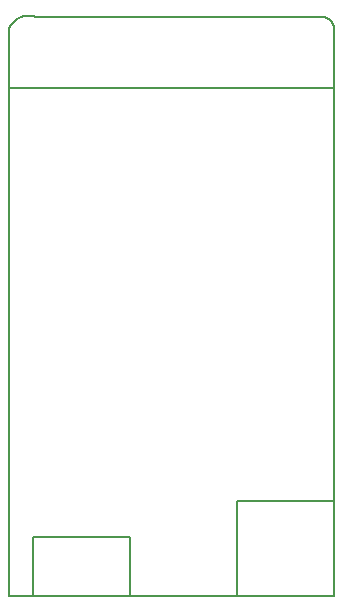
<source format=gbr>
G04 EAGLE Gerber RS-274X export*
G75*
%MOMM*%
%FSLAX34Y34*%
%LPD*%
%INSilkscreen Bottom*%
%IPPOS*%
%AMOC8*
5,1,8,0,0,1.08239X$1,22.5*%
G01*
%ADD10C,0.127000*%


D10*
X223550Y406400D02*
X466250Y406400D01*
X466492Y406397D01*
X466733Y406388D01*
X466974Y406374D01*
X467215Y406353D01*
X467455Y406327D01*
X467695Y406295D01*
X467934Y406257D01*
X468171Y406214D01*
X468408Y406164D01*
X468643Y406109D01*
X468877Y406049D01*
X469109Y405982D01*
X469340Y405911D01*
X469569Y405833D01*
X469796Y405750D01*
X470021Y405662D01*
X470244Y405568D01*
X470464Y405469D01*
X470682Y405364D01*
X470897Y405255D01*
X471110Y405140D01*
X471320Y405020D01*
X471526Y404895D01*
X471730Y404765D01*
X471931Y404630D01*
X472128Y404490D01*
X472322Y404346D01*
X472512Y404197D01*
X472698Y404043D01*
X472881Y403885D01*
X473060Y403723D01*
X473235Y403556D01*
X473406Y403385D01*
X473573Y403210D01*
X473735Y403031D01*
X473893Y402848D01*
X474047Y402662D01*
X474196Y402472D01*
X474340Y402278D01*
X474480Y402081D01*
X474615Y401880D01*
X474745Y401676D01*
X474870Y401470D01*
X474990Y401260D01*
X475105Y401047D01*
X475214Y400832D01*
X475319Y400614D01*
X475418Y400394D01*
X475512Y400171D01*
X475600Y399946D01*
X475683Y399719D01*
X475761Y399490D01*
X475832Y399259D01*
X475899Y399027D01*
X475959Y398793D01*
X476014Y398558D01*
X476064Y398321D01*
X476107Y398084D01*
X476145Y397845D01*
X476177Y397605D01*
X476203Y397365D01*
X476224Y397124D01*
X476238Y396883D01*
X476247Y396642D01*
X476250Y396400D01*
X476250Y346400D01*
X476250Y-3600D01*
X476250Y-83600D01*
X393550Y-83600D01*
X303550Y-83600D01*
X220850Y-83600D01*
X200850Y-83600D01*
X200850Y346400D01*
X200850Y396400D01*
X201008Y396793D01*
X201176Y397183D01*
X201353Y397568D01*
X201539Y397948D01*
X201734Y398325D01*
X201939Y398696D01*
X202152Y399062D01*
X202374Y399423D01*
X202605Y399779D01*
X202845Y400128D01*
X203092Y400472D01*
X203348Y400810D01*
X203612Y401142D01*
X203884Y401467D01*
X204164Y401785D01*
X204451Y402097D01*
X204746Y402401D01*
X205048Y402699D01*
X205358Y402989D01*
X205674Y403271D01*
X205996Y403546D01*
X206326Y403812D01*
X206662Y404071D01*
X207003Y404322D01*
X207351Y404564D01*
X207705Y404798D01*
X208064Y405023D01*
X208429Y405239D01*
X208798Y405447D01*
X209173Y405645D01*
X209552Y405835D01*
X209935Y406015D01*
X210323Y406186D01*
X210715Y406347D01*
X211111Y406499D01*
X211510Y406641D01*
X211913Y406774D01*
X212318Y406897D01*
X212727Y407010D01*
X213138Y407113D01*
X213552Y407206D01*
X213967Y407290D01*
X214385Y407363D01*
X214804Y407426D01*
X215224Y407478D01*
X215646Y407521D01*
X216069Y407553D01*
X216492Y407576D01*
X216916Y407588D01*
X217340Y407589D01*
X217763Y407581D01*
X218187Y407562D01*
X218610Y407533D01*
X219032Y407494D01*
X219453Y407445D01*
X219872Y407385D01*
X220290Y407316D01*
X220707Y407236D01*
X221121Y407146D01*
X221533Y407046D01*
X221942Y406937D01*
X222349Y406817D01*
X222753Y406688D01*
X223153Y406549D01*
X223550Y406400D01*
X220850Y-33600D02*
X220850Y-83600D01*
X220850Y-33600D02*
X303550Y-33600D01*
X303550Y-83600D01*
X393550Y-83600D02*
X393550Y-3600D01*
X476250Y-3600D01*
X476250Y346400D02*
X200850Y346400D01*
M02*

</source>
